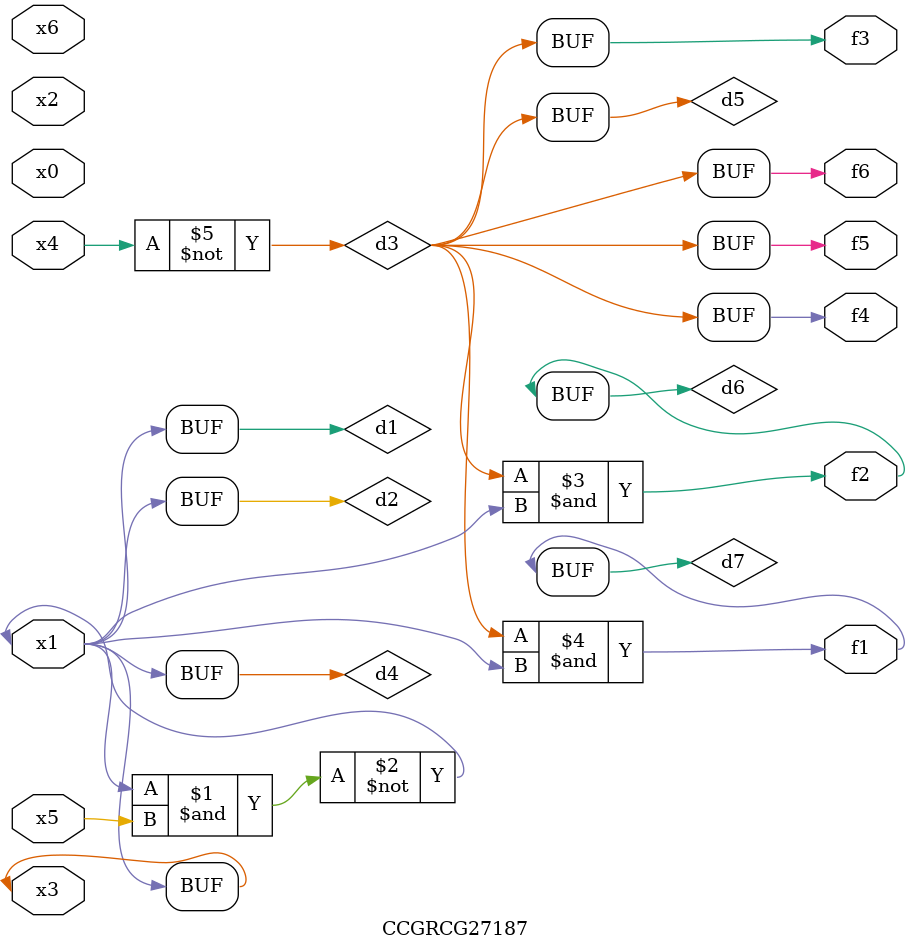
<source format=v>
module CCGRCG27187(
	input x0, x1, x2, x3, x4, x5, x6,
	output f1, f2, f3, f4, f5, f6
);

	wire d1, d2, d3, d4, d5, d6, d7;

	buf (d1, x1, x3);
	nand (d2, x1, x5);
	not (d3, x4);
	buf (d4, d1, d2);
	buf (d5, d3);
	and (d6, d3, d4);
	and (d7, d3, d4);
	assign f1 = d7;
	assign f2 = d6;
	assign f3 = d5;
	assign f4 = d5;
	assign f5 = d5;
	assign f6 = d5;
endmodule

</source>
